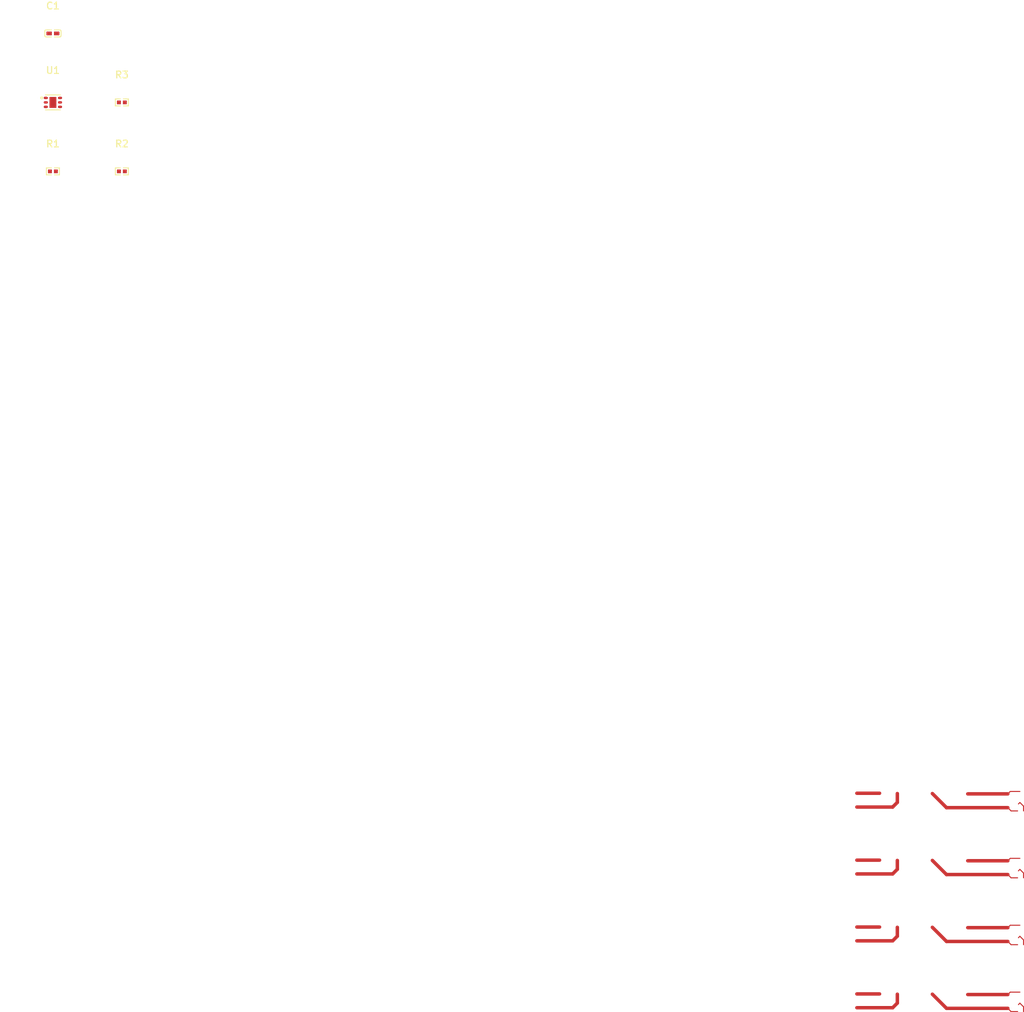
<source format=kicad_pcb>
(kicad_pcb (version 20241229) (generator "pcbnew") (generator_version "9.0")
  (layers (0 "F.Cu" signal) (2 "B.Cu" signal) (13 "F.Paste" user) (15 "B.Paste" user) (5 "F.SilkS" user "F.Silkscreen") (7 "B.SilkS" user "B.Silkscreen") (1 "F.Mask" user) (3 "B.Mask" user) (25 "Edge.Cuts" user))
  (net 0 "")
  (net 21 "gnd")
  (net 22 "line")
  (net 23 "OUT")
  (net 24 "EN")
  (net 25 "FB")
  (net 26 "IN")
  (net 27 "DNC")
  (footprint "atopile:R0402-56259e" (layer "F.Cu") (at 0 0 0)
    (property "Reference" "R1" (at 0 -4 0) (layer "F.SilkS") (hide no))
    (property "Value" "10kΩ ±1% 62.5mW")
    (fp_line (start -0.23 0.5) (end -0.94 0.5) (stroke (width 0.15)) (layer "F.SilkS"))
    (fp_line (start -0.94 0.5) (end -0.94 -0.5) (stroke (width 0.15)) (layer "F.SilkS"))
    (fp_line (start -0.94 -0.5) (end -0.23 -0.5) (stroke (width 0.15)) (layer "F.SilkS"))
    (fp_line (start 0.23 0.5) (end 0.94 0.5) (stroke (width 0.15)) (layer "F.SilkS"))
    (fp_line (start 0.94 0.5) (end 0.94 -0.5) (stroke (width 0.15)) (layer "F.SilkS"))
    (fp_line (start 0.94 -0.5) (end 0.23 -0.5) (stroke (width 0.15)) (layer "F.SilkS"))
    (fp_text user "${REFERENCE}" (at 0 -4 0) (layer "F.SilkS"))
    (pad "2" smd rect (at 0.43 0 0) (size 0.57 0.54) (layers "F.Cu" "F.Paste" "F.Mask") (net 24 "EN"))
    (pad "1" smd rect (at -0.43 0 0) (size 0.57 0.54) (layers "F.Cu" "F.Paste" "F.Mask") (net 22 "line"))
  )
  (footprint "atopile:WSON-6_L2.0-W2.0-P0.65-TL-EP-c93430" (layer "F.Cu") (at 0 -10 0)
    (property "Reference" "U1" (at 0 -4.65 0) (layer "F.SilkS") (hide no))
    (property "Value" "")
    (fp_line (start -1.08 -1.08) (end 1.08 -1.08) (stroke (width 0.15)) (layer "F.SilkS"))
    (fp_line (start -1.08 1.08) (end 1.08 1.08) (stroke (width 0.15)) (layer "F.SilkS"))
    (fp_circle (center -1.63 -0.65) (end -1.56 -0.65) (stroke (width 0.15)) (fill no) (layer "F.SilkS"))
    (fp_text user "${REFERENCE}" (at 0 -4.65 0) (layer "F.SilkS"))
    (pad "1" smd oval (at -1.03 -0.65 -90) (size 0.36 0.61) (layers "F.Cu" "F.Paste" "F.Mask") (net 23 "OUT"))
    (pad "2" smd oval (at -1.03 0 -90) (size 0.36 0.61) (layers "F.Cu" "F.Paste" "F.Mask") (net 25 "FB"))
    (pad "3" smd oval (at -1.03 0.65 -90) (size 0.36 0.61) (layers "F.Cu" "F.Paste" "F.Mask") (net 21 "gnd"))
    (pad "4" smd oval (at 1.03 0.65 -90) (size 0.36 0.61) (layers "F.Cu" "F.Paste" "F.Mask") (net 24 "EN"))
    (pad "5" smd oval (at 1.03 0 -90) (size 0.36 0.61) (layers "F.Cu" "F.Paste" "F.Mask") (net 27 "DNC"))
    (pad "6" smd oval (at 1.03 -0.65 -90) (size 0.36 0.61) (layers "F.Cu" "F.Paste" "F.Mask") (net 26 "IN"))
    (pad "7" smd rect (at 0 0 0) (size 1 1.6) (layers "F.Cu" "F.Paste" "F.Mask") (net 21 "gnd"))
  )
  (footprint "atopile:C0402-b3ef17" (layer "F.Cu") (at 0 -20 0)
    (property "Reference" "C1" (at 0 -4 0) (layer "F.SilkS") (hide no))
    (property "Value" "1µF ±10% 25V X5R")
    (fp_line (start 1.02 -0.5) (end 0.23 -0.5) (stroke (width 0.15)) (layer "F.SilkS"))
    (fp_line (start 0.23 0.5) (end 1.02 0.5) (stroke (width 0.15)) (layer "F.SilkS"))
    (fp_line (start 1.17 0.35) (end 1.17 -0.35) (stroke (width 0.15)) (layer "F.SilkS"))
    (fp_line (start -1.02 -0.5) (end -0.23 -0.5) (stroke (width 0.15)) (layer "F.SilkS"))
    (fp_line (start -0.23 0.5) (end -1.02 0.5) (stroke (width 0.15)) (layer "F.SilkS"))
    (fp_line (start -1.17 0.35) (end -1.17 -0.35) (stroke (width 0.15)) (layer "F.SilkS"))
    (fp_arc (start 1.17 0.35) (mid 1.1260660171779822 0.456066017177982) (end 1.02 0.4999999999999999) (stroke (width 0.15)) (layer "F.SilkS"))
    (fp_arc (start 1.02 -0.5) (mid 1.1260660171779822 -0.4560660171779821) (end 1.17 -0.35) (stroke (width 0.15)) (layer "F.SilkS"))
    (fp_arc (start -1.17 0.35) (mid -1.1260660171779822 0.456066017177982) (end -1.02 0.4999999999999999) (stroke (width 0.15)) (layer "F.SilkS"))
    (fp_arc (start -1.02 -0.5) (mid -1.1260660171779822 -0.4560660171779821) (end -1.17 -0.35) (stroke (width 0.15)) (layer "F.SilkS"))
    (fp_text user "${REFERENCE}" (at 0 -4 0) (layer "F.SilkS"))
    (pad "2" smd rect (at 0.55 0 0) (size 0.79 0.54) (layers "F.Cu" "F.Paste" "F.Mask") (net 21 "gnd"))
    (pad "1" smd rect (at -0.55 0 0) (size 0.79 0.54) (layers "F.Cu" "F.Paste" "F.Mask") (net 23 "OUT"))
  )
  (footprint "atopile:R0402-56259e" (layer "F.Cu") (at 10 0 0)
    (property "Reference" "R2" (at 0 -4 0) (layer "F.SilkS") (hide no))
    (property "Value" "2kΩ ±1% 62.5mW")
    (fp_line (start -0.23 0.5) (end -0.94 0.5) (stroke (width 0.15)) (layer "F.SilkS"))
    (fp_line (start -0.94 0.5) (end -0.94 -0.5) (stroke (width 0.15)) (layer "F.SilkS"))
    (fp_line (start -0.94 -0.5) (end -0.23 -0.5) (stroke (width 0.15)) (layer "F.SilkS"))
    (fp_line (start 0.23 0.5) (end 0.94 0.5) (stroke (width 0.15)) (layer "F.SilkS"))
    (fp_line (start 0.94 0.5) (end 0.94 -0.5) (stroke (width 0.15)) (layer "F.SilkS"))
    (fp_line (start 0.94 -0.5) (end 0.23 -0.5) (stroke (width 0.15)) (layer "F.SilkS"))
    (fp_text user "${REFERENCE}" (at 0 -4 0) (layer "F.SilkS"))
    (pad "2" smd rect (at 0.43 0 0) (size 0.57 0.54) (layers "F.Cu" "F.Paste" "F.Mask") (net 21 "gnd"))
    (pad "1" smd rect (at -0.43 0 0) (size 0.57 0.54) (layers "F.Cu" "F.Paste" "F.Mask") (net 25 "FB"))
  )
  (footprint "atopile:R0402-56259e" (layer "F.Cu") (at 10 -10 0)
    (property "Reference" "R3" (at 0 -4 0) (layer "F.SilkS") (hide no))
    (property "Value" "10kΩ ±1% 62.5mW")
    (fp_line (start -0.23 0.5) (end -0.94 0.5) (stroke (width 0.15)) (layer "F.SilkS"))
    (fp_line (start -0.94 0.5) (end -0.94 -0.5) (stroke (width 0.15)) (layer "F.SilkS"))
    (fp_line (start -0.94 -0.5) (end -0.23 -0.5) (stroke (width 0.15)) (layer "F.SilkS"))
    (fp_line (start 0.23 0.5) (end 0.94 0.5) (stroke (width 0.15)) (layer "F.SilkS"))
    (fp_line (start 0.94 0.5) (end 0.94 -0.5) (stroke (width 0.15)) (layer "F.SilkS"))
    (fp_line (start 0.94 -0.5) (end 0.23 -0.5) (stroke (width 0.15)) (layer "F.SilkS"))
    (fp_text user "${REFERENCE}" (at 0 -4 0) (layer "F.SilkS"))
    (pad "2" smd rect (at 0.43 0 0) (size 0.57 0.54) (layers "F.Cu" "F.Paste" "F.Mask") (net 25 "FB"))
    (pad "1" smd rect (at -0.43 0 0) (size 0.57 0.54) (layers "F.Cu" "F.Paste" "F.Mask") (net 23 "OUT"))
  )
  (segment (start 140.75 111.45) (end 140.22 110.92) (width 0.15) (net 0) (layer "F.Cu"))
  (segment (start 140.75 112.14) (end 140.75 111.45) (width 0.15) (net 0) (layer "F.Cu"))
  (segment (start 140.01 111.13) (end 140.22 110.92) (width 0.15) (net 0) (layer "F.Cu"))
  (segment (start 138.47 121.37) (end 129.58 121.37) (width 0.5) (net 0) (layer "F.Cu"))
  (segment (start 138.94 121.84) (end 138.47 121.37) (width 0.15) (net 0) (layer "F.Cu"))
  (segment (start 139.89 121.84) (end 138.94 121.84) (width 0.15) (net 0) (layer "F.Cu"))
  (segment (start 129.58 121.37) (end 127.53 119.32) (width 0.5) (net 0) (layer "F.Cu"))
  (segment (start 138.47 119.37) (end 132.66 119.37) (width 0.5) (net 0) (layer "F.Cu"))
  (segment (start 138.82 119.02) (end 138.47 119.37) (width 0.15) (net 0) (layer "F.Cu"))
  (segment (start 132.66 119.37) (end 132.61 119.32) (width 0.15) (net 0) (layer "F.Cu"))
  (segment (start 140.22 119.02) (end 138.82 119.02) (width 0.15) (net 0) (layer "F.Cu"))
  (segment (start 122.45 110.9) (end 121.77 111.58) (width 0.5) (net 0) (layer "F.Cu"))
  (segment (start 122.45 109.62) (end 122.45 110.9) (width 0.5) (net 0) (layer "F.Cu"))
  (segment (start 121.77 111.58) (end 116.58 111.58) (width 0.5) (net 0) (layer "F.Cu"))
  (segment (start 140.75 92.05) (end 140.22 91.52) (width 0.15) (net 0) (layer "F.Cu"))
  (segment (start 140.75 92.74) (end 140.75 92.05) (width 0.15) (net 0) (layer "F.Cu"))
  (segment (start 140.01 91.73) (end 140.22 91.52) (width 0.15) (net 0) (layer "F.Cu"))
  (segment (start 122.45 119.32) (end 122.45 120.6) (width 0.5) (net 0) (layer "F.Cu"))
  (segment (start 122.45 120.6) (end 121.77 121.28) (width 0.5) (net 0) (layer "F.Cu"))
  (segment (start 121.77 121.28) (end 116.58 121.28) (width 0.5) (net 0) (layer "F.Cu"))
  (segment (start 119.87 109.58) (end 119.91 109.62) (width 0.15) (net 0) (layer "F.Cu"))
  (segment (start 116.58 109.58) (end 119.87 109.58) (width 0.5) (net 0) (layer "F.Cu"))
  (segment (start 140.01 120.83) (end 140.22 120.62) (width 0.15) (net 0) (layer "F.Cu"))
  (segment (start 140.75 121.84) (end 140.75 121.15) (width 0.15) (net 0) (layer "F.Cu"))
  (segment (start 140.75 121.15) (end 140.22 120.62) (width 0.15) (net 0) (layer "F.Cu"))
  (segment (start 139.89 112.14) (end 138.94 112.14) (width 0.15) (net 0) (layer "F.Cu"))
  (segment (start 138.47 111.67) (end 129.58 111.67) (width 0.5) (net 0) (layer "F.Cu"))
  (segment (start 129.58 111.67) (end 127.53 109.62) (width 0.5) (net 0) (layer "F.Cu"))
  (segment (start 138.94 112.14) (end 138.47 111.67) (width 0.15) (net 0) (layer "F.Cu"))
  (segment (start 132.66 109.67) (end 132.61 109.62) (width 0.15) (net 0) (layer "F.Cu"))
  (segment (start 140.22 109.32) (end 138.82 109.32) (width 0.15) (net 0) (layer "F.Cu"))
  (segment (start 138.47 109.67) (end 132.66 109.67) (width 0.5) (net 0) (layer "F.Cu"))
  (segment (start 138.82 109.32) (end 138.47 109.67) (width 0.15) (net 0) (layer "F.Cu"))
  (segment (start 140.01 101.43) (end 140.22 101.22) (width 0.15) (net 0) (layer "F.Cu"))
  (segment (start 140.75 101.75) (end 140.22 101.22) (width 0.15) (net 0) (layer "F.Cu"))
  (segment (start 140.75 102.44) (end 140.75 101.75) (width 0.15) (net 0) (layer "F.Cu"))
  (segment (start 116.58 90.18) (end 119.87 90.18) (width 0.5) (net 0) (layer "F.Cu"))
  (segment (start 119.87 90.18) (end 119.91 90.22) (width 0.15) (net 0) (layer "F.Cu"))
  (segment (start 140.22 89.92) (end 138.82 89.92) (width 0.15) (net 0) (layer "F.Cu"))
  (segment (start 138.47 90.27) (end 132.66 90.27) (width 0.5) (net 0) (layer "F.Cu"))
  (segment (start 132.66 90.27) (end 132.61 90.22) (width 0.15) (net 0) (layer "F.Cu"))
  (segment (start 138.82 89.92) (end 138.47 90.27) (width 0.15) (net 0) (layer "F.Cu"))
  (segment (start 122.45 91.5) (end 121.77 92.18) (width 0.5) (net 0) (layer "F.Cu"))
  (segment (start 121.77 92.18) (end 116.58 92.18) (width 0.5) (net 0) (layer "F.Cu"))
  (segment (start 122.45 90.22) (end 122.45 91.5) (width 0.5) (net 0) (layer "F.Cu"))
  (segment (start 138.47 92.27) (end 129.58 92.27) (width 0.5) (net 0) (layer "F.Cu"))
  (segment (start 138.94 92.74) (end 138.47 92.27) (width 0.15) (net 0) (layer "F.Cu"))
  (segment (start 139.89 92.74) (end 138.94 92.74) (width 0.15) (net 0) (layer "F.Cu"))
  (segment (start 129.58 92.27) (end 127.53 90.22) (width 0.5) (net 0) (layer "F.Cu"))
  (segment (start 116.58 119.28) (end 119.87 119.28) (width 0.5) (net 0) (layer "F.Cu"))
  (segment (start 119.87 119.28) (end 119.91 119.32) (width 0.15) (net 0) (layer "F.Cu"))
  (segment (start 119.87 99.88) (end 119.91 99.92) (width 0.15) (net 0) (layer "F.Cu"))
  (segment (start 116.58 99.88) (end 119.87 99.88) (width 0.5) (net 0) (layer "F.Cu"))
  (segment (start 138.47 101.97) (end 129.58 101.97) (width 0.5) (net 0) (layer "F.Cu"))
  (segment (start 138.94 102.44) (end 138.47 101.97) (width 0.15) (net 0) (layer "F.Cu"))
  (segment (start 129.58 101.97) (end 127.53 99.92) (width 0.5) (net 0) (layer "F.Cu"))
  (segment (start 139.89 102.44) (end 138.94 102.44) (width 0.15) (net 0) (layer "F.Cu"))
  (segment (start 138.47 99.97) (end 132.66 99.97) (width 0.5) (net 0) (layer "F.Cu"))
  (segment (start 138.82 99.62) (end 138.47 99.97) (width 0.15) (net 0) (layer "F.Cu"))
  (segment (start 140.22 99.62) (end 138.82 99.62) (width 0.15) (net 0) (layer "F.Cu"))
  (segment (start 132.66 99.97) (end 132.61 99.92) (width 0.15) (net 0) (layer "F.Cu"))
  (segment (start 122.45 99.92) (end 122.45 101.2) (width 0.5) (net 0) (layer "F.Cu"))
  (segment (start 121.77 101.88) (end 116.58 101.88) (width 0.5) (net 0) (layer "F.Cu"))
  (segment (start 122.45 101.2) (end 121.77 101.88) (width 0.5) (net 0) (layer "F.Cu"))
)
</source>
